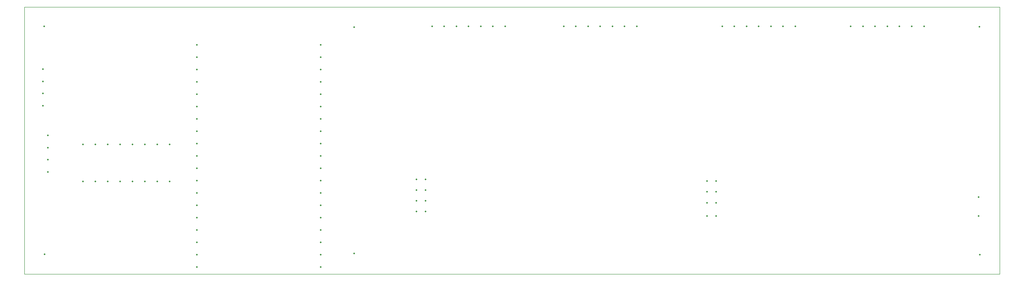
<source format=gbr>
%TF.GenerationSoftware,KiCad,Pcbnew,8.0.4*%
%TF.CreationDate,2024-09-13T16:29:25+09:00*%
%TF.ProjectId,LTC6811_ESP32_Master_V5,4c544336-3831-4315-9f45-535033325f4d,rev?*%
%TF.SameCoordinates,Original*%
%TF.FileFunction,Profile,NP*%
%FSLAX46Y46*%
G04 Gerber Fmt 4.6, Leading zero omitted, Abs format (unit mm)*
G04 Created by KiCad (PCBNEW 8.0.4) date 2024-09-13 16:29:25*
%MOMM*%
%LPD*%
G01*
G04 APERTURE LIST*
%TA.AperFunction,Profile*%
%ADD10C,0.050000*%
%TD*%
%ADD11C,0.350000*%
G04 APERTURE END LIST*
D10*
X35000000Y-115000000D02*
X235000000Y-115000000D01*
X235000000Y-170000000D01*
X35000000Y-170000000D01*
X35000000Y-115000000D01*
D11*
X70365000Y-122821928D03*
X70365000Y-125361928D03*
X70365000Y-127901928D03*
X70365000Y-130441928D03*
X70365000Y-132981928D03*
X70365000Y-135521928D03*
X70365000Y-138061928D03*
X70365000Y-140601928D03*
X70365000Y-143141928D03*
X70365000Y-145681928D03*
X70365000Y-148221928D03*
X70365000Y-150761928D03*
X70365000Y-153301928D03*
X70365000Y-155841928D03*
X70365000Y-158381928D03*
X70365000Y-160921928D03*
X70365000Y-163461928D03*
X70365000Y-166001928D03*
X70365000Y-168541928D03*
X95765000Y-168541928D03*
X95765000Y-166001928D03*
X95765000Y-163461928D03*
X95765000Y-160921928D03*
X95765000Y-158381928D03*
X95765000Y-155841928D03*
X95765000Y-153301928D03*
X95765000Y-150761928D03*
X95765000Y-148221928D03*
X95765000Y-145681928D03*
X95765000Y-143141928D03*
X95765000Y-140601928D03*
X95765000Y-138061928D03*
X95765000Y-135521928D03*
X95765000Y-132981928D03*
X95765000Y-130441928D03*
X95765000Y-127901928D03*
X95765000Y-125361928D03*
X95765000Y-122821928D03*
X174995000Y-155300000D03*
X176895000Y-155300000D03*
X230900000Y-119100000D03*
X64800000Y-143332500D03*
X62260000Y-143332500D03*
X59720000Y-143332500D03*
X57180000Y-143332500D03*
X54640000Y-143332500D03*
X52100000Y-143332500D03*
X49560000Y-143332500D03*
X47020000Y-143332500D03*
X47020000Y-150952500D03*
X49560000Y-150952500D03*
X52100000Y-150952500D03*
X54640000Y-150952500D03*
X57180000Y-150952500D03*
X59720000Y-150952500D03*
X62260000Y-150952500D03*
X64800000Y-150952500D03*
X115395000Y-154900000D03*
X117295000Y-154900000D03*
X174995000Y-153000000D03*
X176895000Y-153000000D03*
X174995000Y-158000000D03*
X176895000Y-158000000D03*
X118600000Y-119000000D03*
X121100000Y-119000000D03*
X123600000Y-119000000D03*
X126100000Y-119000000D03*
X128600000Y-119000000D03*
X131100000Y-119000000D03*
X133600000Y-119000000D03*
X115395000Y-150500000D03*
X117295000Y-150500000D03*
X102600000Y-165700000D03*
X230700000Y-154100000D03*
X230700000Y-158060000D03*
X231000000Y-166000000D03*
X145600000Y-119000000D03*
X148100000Y-119000000D03*
X150600000Y-119000000D03*
X153100000Y-119000000D03*
X155600000Y-119000000D03*
X158100000Y-119000000D03*
X160600000Y-119000000D03*
X39000000Y-119000000D03*
X115395000Y-152700000D03*
X117295000Y-152700000D03*
X178100000Y-119000000D03*
X180600000Y-119000000D03*
X183100000Y-119000000D03*
X185600000Y-119000000D03*
X188100000Y-119000000D03*
X190600000Y-119000000D03*
X193100000Y-119000000D03*
X102600000Y-119200000D03*
X39825000Y-141450000D03*
X39825000Y-143950000D03*
X39825000Y-146450000D03*
X39825000Y-148950000D03*
X204500000Y-119000000D03*
X207000000Y-119000000D03*
X209500000Y-119000000D03*
X212000000Y-119000000D03*
X214500000Y-119000000D03*
X217000000Y-119000000D03*
X219500000Y-119000000D03*
X39100000Y-165900000D03*
X174995000Y-150800000D03*
X176895000Y-150800000D03*
X38800000Y-135300000D03*
X38800000Y-132800000D03*
X38800000Y-130300000D03*
X38800000Y-127800000D03*
X115395000Y-157100000D03*
X117295000Y-157100000D03*
M02*

</source>
